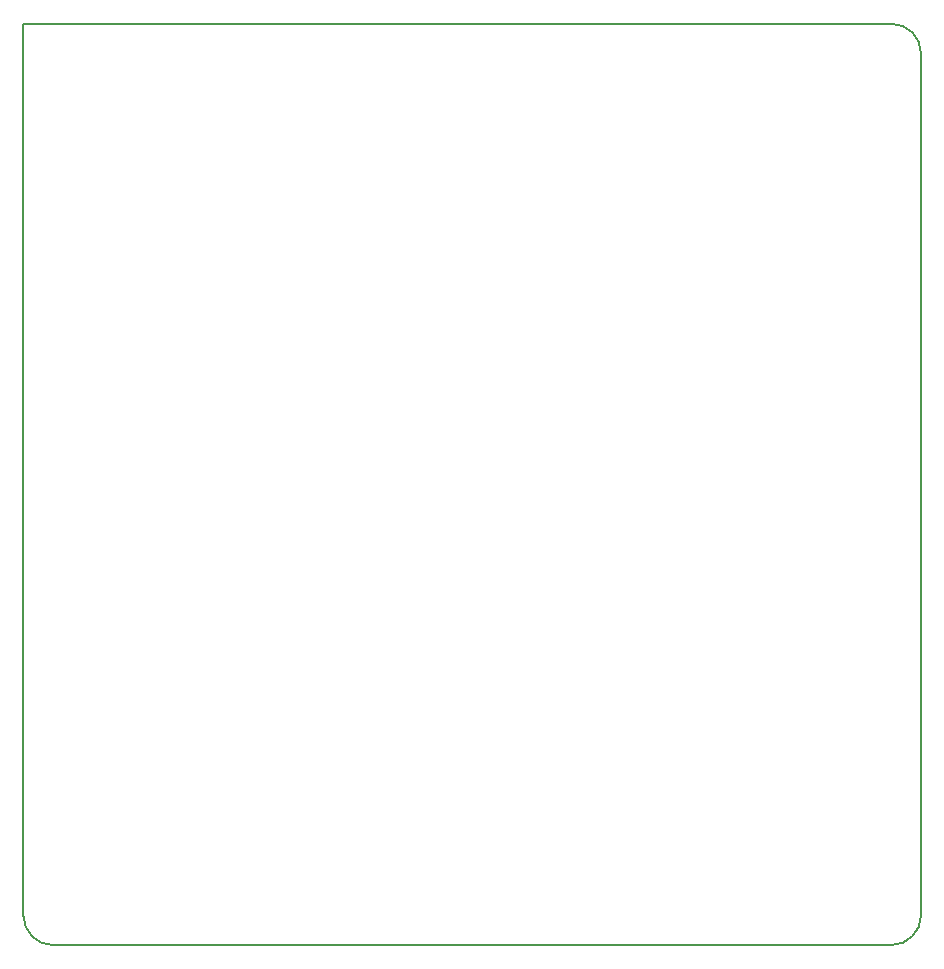
<source format=gbr>
G04 #@! TF.FileFunction,Profile,NP*
%FSLAX46Y46*%
G04 Gerber Fmt 4.6, Leading zero omitted, Abs format (unit mm)*
G04 Created by KiCad (PCBNEW 4.0.5) date 03/15/17 13:44:06*
%MOMM*%
%LPD*%
G01*
G04 APERTURE LIST*
%ADD10C,0.100000*%
%ADD11C,0.150000*%
G04 APERTURE END LIST*
D10*
D11*
X76000000Y-75500000D02*
X76000000Y-2500000D01*
X2500000Y-78000000D02*
X73500000Y-78000000D01*
X0Y0D02*
X0Y-75500000D01*
X73500000Y0D02*
X0Y0D01*
X0Y-75500000D02*
G75*
G03X2500000Y-78000000I2500000J0D01*
G01*
X73500000Y-78000000D02*
G75*
G03X76000000Y-75500000I0J2500000D01*
G01*
X76000000Y-2500000D02*
G75*
G03X73500000Y0I-2500000J0D01*
G01*
M02*

</source>
